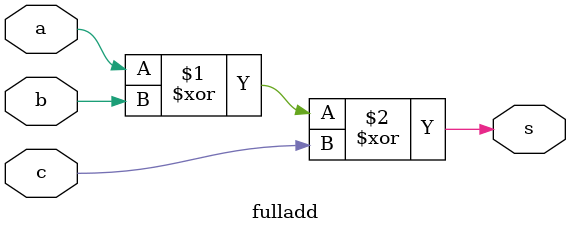
<source format=v>
module fulladd(input a, input b,input c, output s);

assign s=a^b^c;

endmodule
</source>
